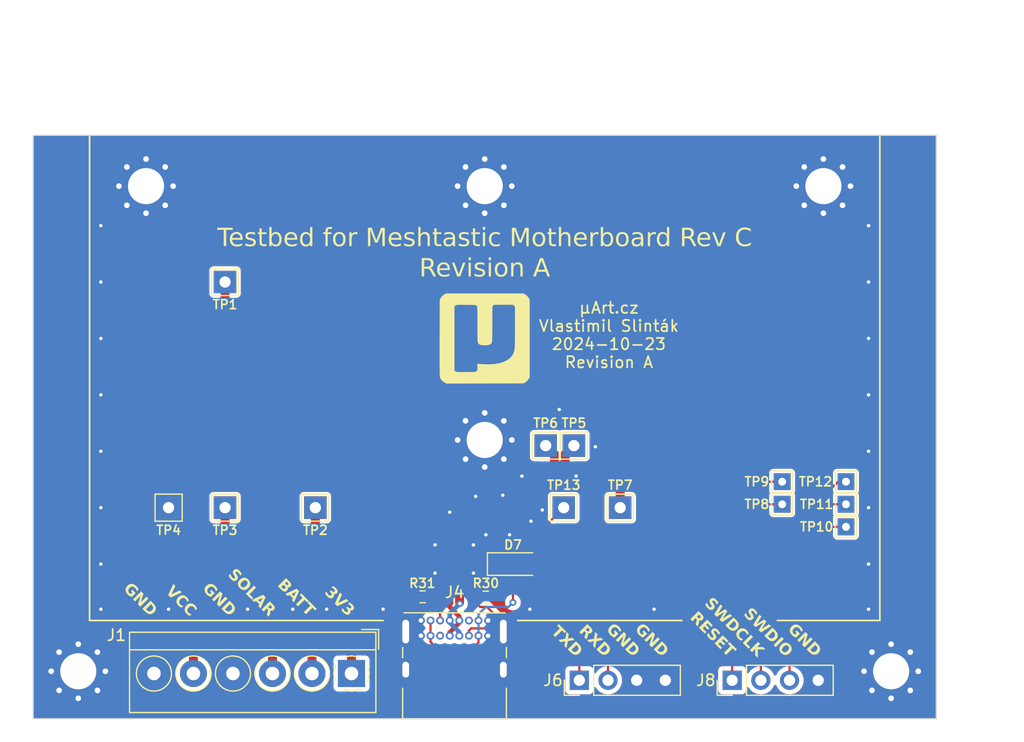
<source format=kicad_pcb>
(kicad_pcb
	(version 20240108)
	(generator "pcbnew")
	(generator_version "8.0")
	(general
		(thickness 1.6)
		(legacy_teardrops no)
	)
	(paper "A4")
	(title_block
		(title "Testbed for Meshtastic Motherboard Rev C")
		(date "2024-10-23")
		(rev "A")
		(company "μArt.cz")
		(comment 1 "Vlastimil Slinták")
	)
	(layers
		(0 "F.Cu" signal)
		(31 "B.Cu" signal)
		(32 "B.Adhes" user "B.Adhesive")
		(33 "F.Adhes" user "F.Adhesive")
		(34 "B.Paste" user)
		(35 "F.Paste" user)
		(36 "B.SilkS" user "B.Silkscreen")
		(37 "F.SilkS" user "F.Silkscreen")
		(38 "B.Mask" user)
		(39 "F.Mask" user)
		(40 "Dwgs.User" user "User.Drawings")
		(41 "Cmts.User" user "User.Comments")
		(42 "Eco1.User" user "User.Eco1")
		(43 "Eco2.User" user "User.Eco2")
		(44 "Edge.Cuts" user)
		(45 "Margin" user)
		(46 "B.CrtYd" user "B.Courtyard")
		(47 "F.CrtYd" user "F.Courtyard")
		(48 "B.Fab" user)
		(49 "F.Fab" user)
		(50 "User.1" user)
		(51 "User.2" user)
		(52 "User.3" user)
		(53 "User.4" user)
		(54 "User.5" user)
		(55 "User.6" user)
		(56 "User.7" user)
		(57 "User.8" user)
		(58 "User.9" user)
	)
	(setup
		(stackup
			(layer "F.SilkS"
				(type "Top Silk Screen")
			)
			(layer "F.Paste"
				(type "Top Solder Paste")
			)
			(layer "F.Mask"
				(type "Top Solder Mask")
				(thickness 0.01)
			)
			(layer "F.Cu"
				(type "copper")
				(thickness 0.035)
			)
			(layer "dielectric 1"
				(type "core")
				(thickness 1.51)
				(material "FR4")
				(epsilon_r 4.5)
				(loss_tangent 0.02)
			)
			(layer "B.Cu"
				(type "copper")
				(thickness 0.035)
			)
			(layer "B.Mask"
				(type "Bottom Solder Mask")
				(thickness 0.01)
			)
			(layer "B.Paste"
				(type "Bottom Solder Paste")
			)
			(layer "B.SilkS"
				(type "Bottom Silk Screen")
			)
			(copper_finish "None")
			(dielectric_constraints no)
		)
		(pad_to_mask_clearance 0)
		(allow_soldermask_bridges_in_footprints no)
		(aux_axis_origin 109 78)
		(grid_origin 109 78)
		(pcbplotparams
			(layerselection 0x00010fc_ffffffff)
			(plot_on_all_layers_selection 0x0000000_00000000)
			(disableapertmacros no)
			(usegerberextensions yes)
			(usegerberattributes yes)
			(usegerberadvancedattributes yes)
			(creategerberjobfile no)
			(dashed_line_dash_ratio 12.000000)
			(dashed_line_gap_ratio 3.000000)
			(svgprecision 6)
			(plotframeref no)
			(viasonmask no)
			(mode 1)
			(useauxorigin no)
			(hpglpennumber 1)
			(hpglpenspeed 20)
			(hpglpendiameter 15.000000)
			(pdf_front_fp_property_popups yes)
			(pdf_back_fp_property_popups yes)
			(dxfpolygonmode yes)
			(dxfimperialunits yes)
			(dxfusepcbnewfont yes)
			(psnegative no)
			(psa4output no)
			(plotreference yes)
			(plotvalue no)
			(plotfptext yes)
			(plotinvisibletext no)
			(sketchpadsonfab no)
			(subtractmaskfromsilk yes)
			(outputformat 1)
			(mirror no)
			(drillshape 0)
			(scaleselection 1)
			(outputdirectory "../gerbers/")
		)
	)
	(net 0 "")
	(net 1 "VS")
	(net 2 "GND")
	(net 3 "+BATT")
	(net 4 "VCC")
	(net 5 "+3V3")
	(net 6 "/RESET")
	(net 7 "/VBUS")
	(net 8 "/USB+")
	(net 9 "/USB-")
	(net 10 "Net-(J4-CC1)")
	(net 11 "/SWDCLK")
	(net 12 "/SWDIO")
	(net 13 "Net-(J4-CC2)")
	(net 14 "unconnected-(J4-SBU2-PadB8)")
	(net 15 "unconnected-(J4-SBU1-PadA8)")
	(net 16 "/TXD1")
	(net 17 "/RXD1")
	(footprint "TestPoint:TestPoint_THTPad_2.0x2.0mm_Drill1.0mm" (layer "F.Cu") (at 161 111))
	(footprint "TestPoint:TestPoint_THTPad_2.0x2.0mm_Drill1.0mm" (layer "F.Cu") (at 156 111))
	(footprint "Connector_USB:USB_C_Receptacle_GCT_USB4085" (layer "F.Cu") (at 143.35 121))
	(footprint "TestPoint:TestPoint_THTPad_1.5x1.5mm_Drill0.7mm" (layer "F.Cu") (at 175.35 110.7))
	(footprint "LOGO" (layer "F.Cu") (at 149 96))
	(footprint "Resistor_SMD:R_0603_1608Metric" (layer "F.Cu") (at 149.1 118.9225 180))
	(footprint "Resistor_SMD:R_0603_1608Metric" (layer "F.Cu") (at 143.5 118.9))
	(footprint "Diode_SMD:D_SOD-123" (layer "F.Cu") (at 151.6 116))
	(footprint "MountingHole:MountingHole_3.2mm_M3_Pad_Via" (layer "F.Cu") (at 185 125.5))
	(footprint "TestPoint:TestPoint_THTPad_2.0x2.0mm_Drill1.0mm" (layer "F.Cu") (at 134 111 180))
	(footprint "MountingHole:MountingHole_3.2mm_M3_Pad_Via" (layer "F.Cu") (at 149 82.5))
	(footprint "TerminalBlock_4Ucon:TerminalBlock_4Ucon_1x06_P3.50mm_Horizontal" (layer "F.Cu") (at 137.2 125.7 180))
	(footprint "TestPoint:TestPoint_THTPad_2.0x2.0mm_Drill1.0mm" (layer "F.Cu") (at 126 91 180))
	(footprint "TestPoint:TestPoint_THTPad_2.0x2.0mm_Drill1.0mm" (layer "F.Cu") (at 156.9 105.5))
	(footprint "TestPoint:TestPoint_THTPad_1.5x1.5mm_Drill0.7mm" (layer "F.Cu") (at 181 112.7))
	(footprint "MountingHole:MountingHole_3.2mm_M3_Pad_Via" (layer "F.Cu") (at 179 82.5))
	(footprint "TestPoint:TestPoint_THTPad_2.0x2.0mm_Drill1.0mm" (layer "F.Cu") (at 121 111 180))
	(footprint "TestPoint:TestPoint_THTPad_2.0x2.0mm_Drill1.0mm" (layer "F.Cu") (at 126 111 180))
	(footprint "TestPoint:TestPoint_THTPad_1.5x1.5mm_Drill0.7mm" (layer "F.Cu") (at 181 110.7))
	(footprint "TestPoint:TestPoint_THTPad_2.0x2.0mm_Drill1.0mm" (layer "F.Cu") (at 154.4 105.5))
	(footprint "MountingHole:MountingHole_3.2mm_M3_Pad_Via" (layer "F.Cu") (at 149 105))
	(footprint "Connector_PinHeader_2.54mm:PinHeader_1x04_P2.54mm_Vertical" (layer "F.Cu") (at 170.92 126.3 90))
	(footprint "TestPoint:TestPoint_THTPad_1.5x1.5mm_Drill0.7mm" (layer "F.Cu") (at 181 108.7))
	(footprint "MountingHole:MountingHole_3.2mm_M3_Pad_Via" (layer "F.Cu") (at 113 125.5))
	(footprint "MountingHole:MountingHole_3.2mm_M3_Pad_Via" (layer "F.Cu") (at 119 82.5))
	(footprint "Connector_PinHeader_2.54mm:PinHeader_1x04_P2.54mm_Vertical" (layer "F.Cu") (at 157.38 126.3 90))
	(footprint "TestPoint:TestPoint_THTPad_1.5x1.5mm_Drill0.7mm" (layer "F.Cu") (at 175.35 108.7))
	(gr_line
		(start 184 121)
		(end 174.92 121)
		(stroke
			(width 0.15)
			(type default)
		)
		(layer "F.SilkS")
		(uuid "3d0a7302-3269-4b54-9c9a-0a07bfe88824")
	)
	(gr_line
		(start 114 121)
		(end 114 78)
		(stroke
			(width 0.15)
			(type default)
		)
		(layer "F.SilkS")
		(uuid "8f8b331d-398e-4030-990b-44bb1d5abdd6")
	)
	(gr_line
		(start 114 121)
		(end 140 121)
		(stroke
			(width 0.15)
			(type default)
		)
		(layer "F.SilkS")
		(uuid "b20a73fc-b970-4713-a834-f76026c9812a")
	)
	(gr_line
		(start 166.46 121)
		(end 151.92 121)
		(stroke
			(width 0.15)
			(type default)
		)
		(layer "F.SilkS")
		(uuid "d2e646bc-7ce5-4fdc-92c5-77f185bb47f2")
	)
	(gr_line
		(start 184 121)
		(end 184 78)
		(stroke
			(width 0.15)
			(type default)
		)
		(layer "F.SilkS")
		(uuid "e622e96e-b618-47f9-aeef-3d79e13c875d")
	)
	(gr_line
		(start 189 78)
		(end 109 78)
		(stroke
			(width 0.1)
			(type solid)
		)
		(layer "Edge.Cuts")
		(uuid "3371af9c-58c3-47dd-a972-252736ac00fe")
	)
	(gr_line
		(start 109 78)
		(end 109 129.7)
		(stroke
			(width 0.1)
			(type solid)
		)
		(layer "Edge.Cuts")
		(uuid "41844f00-24e9-4f59-b093-417cd3d744a4")
	)
	(gr_line
		(start 189 129.7)
		(end 189 78)
		(stroke
			(width 0.1)
			(type solid)
		)
		(layer "Edge.Cuts")
		(uuid "862459fd-c4e7-4152-9ab9-3543acfd82c5")
	)
	(gr_line
		(start 109 129.7)
		(end 189 129.7)
		(stroke
			(width 0.1)
			(type solid)
		)
		(layer "Edge.Cuts")
		(uuid "9c61fedf-1500-46dc-825b-026ff8c6aede")
	)
	(gr_text "SWDIO"
		(at 176 124 315)
		(layer "F.SilkS")
		(uuid "0cd6b1a6-eff0-4097-a18d-e46ec2e91ba4")
		(effects
			(font
				(face "Bungee")
				(size 1 1)
				(thickness 0.2)
				(bold yes)
			)
			(justify right)
		)
		(render_cache "SWDIO" 315
			(polygon
				(pts
					(xy 172.578849 121.165748) (xy 172.266079 120.852978) (xy 172.245009 120.811528) (xy 172.266943 120.769561)
					(xy 172.386109 120.650394) (xy 172.427904 120.628633) (xy 172.469526 120.64953) (xy 172.735839 120.915843)
					(xy 172.757427 120.924305) (xy 172.779188 120.912907) (xy 172.795249 120.886483) (xy 172.786614 120.864031)
					(xy 172.658812 120.694434) (xy 172.628892 120.648816) (xy 172.607524 120.603279) (xy 172.593812 120.55278)
					(xy 172.591284 120.532608) (xy 172.596114 120.481694) (xy 172.61592 120.435006) (xy 172.64582 120.392817)
					(xy 172.670383 120.36612) (xy 172.774352 120.262151) (xy 172.81311 120.228765) (xy 172.859247 120.201923)
					(xy 172.907348 120.187148) (xy 172.957414 120.184441) (xy 172.96381 120.184952) (xy 173.014974 120.195314)
					(xy 173.065534 120.21673) (xy 173.109278 120.244535) (xy 173.152559 120.280803) (xy 173.16484 120.29272)
					(xy 173.442033 120.569913) (xy 173.46293 120.61119) (xy 173.441342 120.652812) (xy 173.321484 120.772669)
					(xy 173.279862 120.794258) (xy 173.238585 120.77336) (xy 173.00785 120.542625) (xy 172.985399 120.533645)
					(xy 172.962256 120.545734) (xy 172.949648 120.56974) (xy 172.957766 120.593746) (xy 173.085568 120.761271)
					(xy 173.112596 120.802008) (xy 173.134952 120.847785) (xy 173.149794 120.898585) (xy 173.153269 120.92396)
					(xy 173.148678 120.975181) (xy 173.128943 121.022117) (xy 173.098992 121.064503) (xy 173.074342 121.091312)
					(xy 172.969855 121.195799) (xy 172.93098 121.229236) (xy 172.884609 121.256075) (xy 172.836165 121.270782)
					(xy 172.785648 121.273357) (xy 172.779188 121.272825) (xy 172.727873 121.262312) (xy 172.677378 121.240961)
					(xy 172.633868 121.213389) (xy 172.590986 121.17752)
				)
			)
			(polygon
				(pts
					(xy 174.132683 121.260563) (xy 174.280174 121.408054) (xy 174.301071 121.449331) (xy 174.279828 121.490607)
					(xy 173.892622 121.877814) (xy 173.85703 121.911876) (xy 173.830102 121.935497) (xy 173.789544 121.963731)
					(xy 173.748931 121.985237) (xy 173.56379 122.07159) (xy 173.519923 122.083334) (xy 173.479337 122.066236)
					(xy 173.347735 121.934634) (xy 173.323729 121.894739) (xy 173.330983 121.84949) (xy 173.448423 121.641207)
					(xy 173.453431 121.625145) (xy 173.448768 121.615646) (xy 173.43996 121.606838) (xy 173.430461 121.602175)
					(xy 173.414572 121.607356) (xy 173.20508 121.723587) (xy 173.162422 121.732395) (xy 173.124081 121.71098)
					(xy 172.993343 121.580242) (xy 172.973827 121.538274) (xy 172.984362 121.491816) (xy 173.07227 121.304776)
					(xy 173.095451 121.261614) (xy 173.122181 121.223431) (xy 173.154848 121.186727) (xy 173.179865 121.160912)
					(xy 173.564999 120.775778) (xy 173.606276 120.754535) (xy 173.647552 120.775433) (xy 173.800052 120.927932)
					(xy 173.820949 120.969209) (xy 173.799879 121.010313) (xy 173.459649 121.350543) (xy 173.610421 121.293723)
					(xy 173.659987 121.290096) (xy 173.702473 121.316693) (xy 173.743922 121.358142) (xy 173.770519 121.400628)
					(xy 173.766892 121.450194) (xy 173.710072 121.600966) (xy 174.050302 121.260736) (xy 174.091406 121.239666)
				)
			)
			(polygon
				(pts
					(xy 174.478613 121.606493) (xy 174.81228 121.94016) (xy 174.84875 121.979143) (xy 174.879578 122.01751)
					(xy 174.909125 122.062738) (xy 174.930548 122.10708) (xy 174.945274 122.157691) (xy 174.9482 122.179013)
					(xy 174.947147 122.228114) (xy 174.93492 122.276587) (xy 174.911521 122.324432) (xy 174.882571 122.364943)
					(xy 174.852175 122.398349) (xy 174.540959 122.709565) (xy 174.500828 122.745361) (xy 174.460222 122.772961)
					(xy 174.412251 122.794801) (xy 174.363634 122.805485) (xy 174.32145 122.805762) (xy 174.271423 122.795708)
					(xy 174.220173 122.774613) (xy 174.175271 122.747743) (xy 174.12947 122.712762) (xy 174.090617 122.677415)
					(xy 174.082771 122.66967) (xy 173.749103 122.336002) (xy 173.744588 122.327194) (xy 174.14719 122.327194)
					(xy 174.259449 122.439453) (xy 174.300553 122.460523) (xy 174.342866 122.437898) (xy 174.581373 122.199392)
					(xy 174.603479 122.157597) (xy 174.582063 122.116838) (xy 174.469805 122.00458) (xy 174.14719 122.327194)
					(xy 173.744588 122.327194) (xy 173.728033 122.294898) (xy 173.749449 122.253449) (xy 174.396059 121.606838)
					(xy 174.437336 121.585595)
				)
			)
			(polygon
				(pts
					(xy 174.471704 123.058603) (xy 174.450807 123.017326) (xy 174.472395 122.975704) (xy 174.592253 122.855846)
					(xy 174.633875 122.834258) (xy 174.675152 122.855156) (xy 174.767722 122.947726) (xy 175.090336 122.625112)
					(xy 174.997766 122.532541) (xy 174.976696 122.491437) (xy 174.998112 122.449988) (xy 175.11866 122.329439)
					(xy 175.159937 122.308196) (xy 175.201214 122.329094) (xy 175.622961 122.750841) (xy 175.643858 122.792118)
					(xy 175.622616 122.833395) (xy 175.502067 122.953943) (xy 175.460618 122.975359) (xy 175.419514 122.954289)
					(xy 175.329016 122.863791) (xy 175.006401 123.186405) (xy 175.096899 123.276903) (xy 175.117797 123.31818)
					(xy 175.096208 123.359802) (xy 174.976351 123.47966) (xy 174.934729 123.501248) (xy 174.893452 123.480351)
				)
			)
			(polygon
				(pts
					(xy 175.780123 123.001265) (xy 175.829142 123.01259) (xy 175.877362 123.032403) (xy 175.919151 123.055322)
					(xy 175.963472 123.084948) (xy 176.005024 123.117476) (xy 176.043046 123.15072) (xy 176.082623 123.188426)
					(xy 176.088403 123.194177) (xy 176.126722 123.23395) (xy 176.160529 123.272121) (xy 176.19364 123.313781)
					(xy 176.223845 123.358145) (xy 176.22674 123.362911) (xy 176.251634 123.409015) (xy 176.270447 123.456769)
					(xy 176.280279 123.501421) (xy 176.281376 123.550508) (xy 176.270571 123.599545) (xy 176.2637 123.616097)
					(xy 176.238161 123.660526) (xy 176.206869 123.699887) (xy 176.19289 123.71454) (xy 175.856114 124.051316)
					(xy 175.817455 124.085414) (xy 175.773782 124.113976) (xy 175.757672 124.122125) (xy 175.710235 124.137185)
					(xy 175.658897 124.139749) (xy 175.643513 124.138187) (xy 175.59494 124.126723) (xy 175.547 124.106999)
					(xy 175.505348 124.084303) (xy 175.461362 124.054843) (xy 175.420015 124.022417) (xy 175.382101 123.989228)
					(xy 175.342568 123.951543) (xy 175.336788 123.945793) (xy 175.298436 123.906003) (xy 175.26453 123.867783)
					(xy 175.231225 123.826026) (xy 175.200698 123.781501) (xy 175.197759 123.776714) (xy 175.172707 123.73037)
					(xy 175.153604 123.682547) (xy 175.149837 123.666182) (xy 175.48756 123.666182) (xy 175.510868 123.710203)
					(xy 175.540235 123.742345) (xy 175.577662 123.775896) (xy 175.616571 123.795193) (xy 175.658538 123.779477)
					(xy 175.922951 123.515064) (xy 175.937804 123.47396) (xy 175.914421 123.429865) (xy 175.884956 123.397624)
					(xy 175.847641 123.364186) (xy 175.808793 123.344949) (xy 175.767689 123.359802) (xy 175.503276 123.624214)
					(xy 175.48756 123.666182) (xy 175.149837 123.666182) (xy 175.143357 123.638031) (xy 175.142009 123.589196)
					(xy 175.152606 123.540366) (xy 175.159419 123.523872) (xy 175.184958 123.479444) (xy 175.21625 123.440083)
					(xy 175.230228 123.42543) (xy 175.567004 123.088654) (xy 175.605664 123.054555) (xy 175.649337 123.025994)
					(xy 175.665447 123.017844) (xy 175.713068 123.0026) (xy 175.764655 122.999786)
				)
			)
		)
	)
	(gr_text "GND"
		(at 178.54 124 315)
		(layer "F.SilkS")
		(uuid "146ef78a-707d-4eee-a4a6-ff45780f4d01")
		(effects
			(font
				(face "Bungee")
				(size 1 1)
				(thickness 0.2)
				(bold yes)
			)
			(justify right)
		)
		(render_cache "GND" 315
			(polygon
				(pts
					(xy 176.680455 122.727353) (xy 176.368721 122.415619) (xy 176.332197 122.376591) (xy 176.301315 122.338195)
					(xy 176.271703 122.292955) (xy 176.250216 122.248626) (xy 176.235414 122.198059) (xy 176.232456 122.176767)
					(xy 176.233576 122.127599) (xy 176.245853 122.079074) (xy 176.269287 122.031195) (xy 176.298253 121.990668)
					(xy 176.328653 121.957258) (xy 176.639869 121.646042) (xy 176.679995 121.610252) (xy 176.720582 121.58267)
					(xy 176.768517 121.560867) (xy 176.81708 121.550237) (xy 176.859205 121.550018) (xy 176.909308 121.560013)
					(xy 176.960633 121.581082) (xy 177.0056 121.607955) (xy 177.051466 121.642965) (xy 177.090373 121.678354)
					(xy 177.09823 121.68611) (xy 177.345717 121.933598) (xy 177.366442 121.974701) (xy 177.345372 122.016151)
					(xy 177.224823 122.136699) (xy 177.183201 122.157942) (xy 177.14227 122.137045) (xy 176.936232 121.931007)
					(xy 176.896013 121.903029) (xy 176.883729 121.900265) (xy 176.837617 121.920126) (xy 176.601701 122.156043)
					(xy 176.578731 122.198355) (xy 176.598765 122.238769) (xy 176.689263 122.329266) (xy 176.83779 122.180739)
					(xy 176.878894 122.159669) (xy 176.92017 122.180912) (xy 177.073533 122.334275) (xy 177.09443 122.375552)
					(xy 177.073015 122.417001) (xy 176.763181 122.726835) (xy 176.721731 122.748251)
				)
			)
			(polygon
				(pts
					(xy 177.020685 123.067584) (xy 176.872158 122.919057) (xy 176.851088 122.877953) (xy 176.872503 122.836503)
					(xy 177.519114 122.189893) (xy 177.560391 122.16865) (xy 177.601667 122.189547) (xy 177.7046 122.29248)
					(xy 177.732578 122.333584) (xy 177.738084 122.382349) (xy 177.737932 122.384187) (xy 177.707881 122.778992)
					(xy 177.907702 122.579172) (xy 177.949324 122.557583) (xy 177.990773 122.578654) (xy 178.139128 122.727008)
					(xy 178.160025 122.768285) (xy 178.138955 122.809734) (xy 177.492344 123.456344) (xy 177.450722 123.477587)
					(xy 177.409618 123.456517) (xy 177.261264 123.308163) (xy 177.240021 123.266886) (xy 177.261264 123.225609)
					(xy 177.381295 123.105579) (xy 177.415145 122.755332) (xy 177.103066 123.067411) (xy 177.061789 123.088654)
				)
			)
			(polygon
				(pts
					(xy 178.347065 122.934946) (xy 178.680733 123.268613) (xy 178.717203 123.307596) (xy 178.748031 123.345963)
					(xy 178.777578 123.391191) (xy 178.799001 123.435533) (xy 178.813726 123.486144) (xy 178.816652 123.507465)
					(xy 178.815599 123.556567) (xy 178.803373 123.60504) (xy 178.779973 123.652885) (xy 178.751023 123.693395)
					(xy 178.720628 123.726802) (xy 178.409412 124.038017) (xy 178.36928 124.073814) (xy 178.328675 124.101414)
					(xy 178.280703 124.123254) (xy 178.232087 124.133937) (xy 178.189903 124.134214) (xy 178.139876 124.12416)
					(xy 178.088626 124.103065) (xy 178.043724 124.076196) (xy 177.997923 124.041215) (xy 177.959069 124.005868)
					(xy 177.951224 123.998122) (xy 177.617556 123.664455) (xy 177.613041 123.655647) (xy 178.015643 123.655647)
					(xy 178.127902 123.767906) (xy 178.169006 123.788976) (xy 178.211319 123.766351) (xy 178.449825 123.527844)
					(xy 178.471932 123.48605) (xy 178.450516 123.445291) (xy 178.338257 123.333032) (xy 178.015643 123.655647)
					(xy 177.613041 123.655647) (xy 177.596486 123.623351) (xy 177.617902 123.581901) (xy 178.264512 122.935291)
					(xy 178.305789 122.914048)
				)
			)
		)
	)
	(gr_text "3V3"
		(at 137.2 120.4 315)
		(layer "F.SilkS")
		(uuid "23727146-3d98-4d62-b06a-d421f8ae6546")
		(effects
			(font
				(face "Bungee")
				(size 1 1)
				(thickness 0.2)
				(bold yes)
			)
			(justify right)
		)
		(render_cache "3V3" 315
			(polygon
				(pts
					(xy 135.21697 118.596974) (xy 135.465494 118.845498) (xy 135.498999 118.865186) (xy 135.521451 118.853788)
					(xy 135.547702 118.827536) (xy 135.55841 118.805775) (xy 135.538376 118.772616) (xy 135.37016 118.6044)
					(xy 135.348917 118.563124) (xy 135.369988 118.52202) (xy 135.475683 118.416324) (xy 135.516787 118.395254)
					(xy 135.558064 118.416497) (xy 135.66186 118.520293) (xy 135.695365 118.539981) (xy 135.717644 118.528755)
					(xy 135.732152 118.514248) (xy 135.743377 118.491969) (xy 135.723689 118.458464) (xy 135.539585 118.27436)
					(xy 135.518687 118.233083) (xy 135.540275 118.191461) (xy 135.660133 118.071603) (xy 135.701755 118.050015)
					(xy 135.743032 118.070912) (xy 136.019189 118.347069) (xy 136.05217 118.383885) (xy 136.080148 118.425636)
					(xy 136.099238 118.472194) (xy 136.105196 118.513212) (xy 136.099428 118.56306) (xy 136.079965 118.610278)
					(xy 136.050739 118.650524) (xy 136.038532 118.663466) (xy 135.980502 118.721495) (xy 135.942838 118.753164)
					(xy 135.897949 118.776761) (xy 135.848778 118.787091) (xy 135.833012 118.784014) (xy 135.859792 118.828394)
					(xy 135.871483 118.878994) (xy 135.870316 118.907326) (xy 135.855768 118.956815) (xy 135.827797 119.002648)
					(xy 135.794498 119.040482) (xy 135.694847 119.140134) (xy 135.654229 119.17447) (xy 135.611473 119.198379)
					(xy 135.560819 119.212813) (xy 135.519551 119.214915) (xy 135.465455 119.205067) (xy 135.417232 119.184019)
					(xy 135.374931 119.156109) (xy 135.332531 119.11934) (xy 135.326466 119.113364) (xy 135.013523 118.800421)
					(xy 134.992453 118.758972) (xy 135.014559 118.717177) (xy 135.133726 118.59801) (xy 135.175348 118.576077)
				)
			)
			(polygon
				(pts
					(xy 136.049412 119.836311) (xy 135.79208 119.578979) (xy 135.765656 119.537012) (xy 135.77227 119.488529)
					(xy 135.773083 119.486754) (xy 135.920228 119.145488) (xy 135.939847 119.100558) (xy 135.943889 119.091776)
					(xy 135.965822 119.049809) (xy 135.992419 119.012159) (xy 136.026232 118.975626) (xy 136.032141 118.969673)
					(xy 136.295518 118.706297) (xy 136.336794 118.685054) (xy 136.378071 118.705951) (xy 136.535406 118.863286)
					(xy 136.557858 118.905772) (xy 136.538169 118.948948) (xy 136.263049 119.224069) (xy 136.245951 119.244966)
					(xy 136.231444 119.270872) (xy 136.138528 119.457049) (xy 136.132656 119.472938) (xy 136.138874 119.483645)
					(xy 136.149754 119.494526) (xy 136.160462 119.500743) (xy 136.176351 119.494871) (xy 136.363564 119.400919)
					(xy 136.38947 119.386412) (xy 136.410367 119.369314) (xy 136.684451 119.09523) (xy 136.725728 119.073987)
					(xy 136.767177 119.095058) (xy 136.92244 119.25032) (xy 136.943337 119.291597) (xy 136.922267 119.333046)
					(xy 136.658891 119.596422) (xy 136.622146 119.630954) (xy 136.616232 119.635972) (xy 136.57841 119.662741)
					(xy 136.536442 119.684675) (xy 136.490503 119.704963) (xy 136.482904 119.708163) (xy 136.14181 119.855481)
					(xy 136.092757 119.863094) (xy 136.09138 119.862735)
				)
			)
			(polygon
				(pts
					(xy 136.569602 119.949606) (xy 136.818125 120.198129) (xy 136.85163 120.217818) (xy 136.874082 120.206419)
					(xy 136.900333 120.180168) (xy 136.911041 120.158407) (xy 136.891007 120.125247) (xy 136.722792 119.957032)
					(xy 136.701549 119.915755) (xy 136.722619 119.874651) (xy 136.828315 119.768955) (xy 136.869419 119.747885)
					(xy 136.910696 119.769128) (xy 137.014492 119.872924) (xy 137.047997 119.892613) (xy 137.070276 119.881387)
					(xy 137.084783 119.86688) (xy 137.096009 119.844601) (xy 137.076321 119.811096) (xy 136.892216 119.626991)
					(xy 136.871319 119.585715) (xy 136.892907 119.544093) (xy 137.012765 119.424235) (xy 137.054387 119.402646)
					(xy 137.095664 119.423544) (xy 137.37182 119.6997) (xy 137.404802 119.736516) (xy 137.43278 119.778268)
					(xy 137.451869 119.824826) (xy 137.457828 119.865843) (xy 137.45206 119.915692) (xy 137.432596 119.962909)
					(xy 137.40337 120.003156) (xy 137.391163 120.016097) (xy 137.333134 120.074127) (xy 137.295469 120.105795)
					(xy 137.250581 120.129392) (xy 137.201409 120.139722) (xy 137.185643 120.136646) (xy 137.212424 120.181026)
					(xy 137.224114 120.231626) (xy 137.222948 120.259958) (xy 137.2084 120.309446) (xy 137.180429 120.35528)
					(xy 137.14713 120.393114) (xy 137.047479 120.492765) (xy 137.00686 120.527101) (xy 136.964105 120.55101)
					(xy 136.91345 120.565444) (xy 136.872182 120.567547) (xy 136.818087 120.557699) (xy 136.769864 120.53665)
					(xy 136.727563 120.508741) (xy 136.685163 120.471972) (xy 136.679097 120.465996) (xy 136.366154 120.153053)
					(xy 136.345084 120.111604) (xy 136.367191 120.069809) (xy 136.486358 119.950642) (xy 136.52798 119.928708)
				)
			)
		)
	)
	(gr_text "GND"
		(at 126.7 120.4 315)
		(layer "F.SilkS")
		(uuid "260f7af3-a520-40df-8684-66b37210a060")
		(effects
			(font
				(face "Bungee")
				(size 1 1)
				(thickness 0.2)
				(bold yes)
			)
			(justify right)
		)
		(render_cache "GND" 315
			(polygon
				(pts
					(xy 124.840455 119.127353) (xy 124.528721 118.815619) (xy 124.492197 118.776591) (xy 124.461315 118.738195)
					(xy 124.431703 118.692955) (xy 124.410216 118.648626) (xy 124.395414 118.598059) (xy 124.392456 118.576767)
					(xy 124.393576 118.527599) (xy 124.405853 118.479074) (xy 124.429287 118.431195) (xy 124.458253 118.390668)
					(xy 124.488653 118.357258) (xy 124.799869 118.046042) (xy 124.839995 118.010252) (xy 124.880582 117.98267)
					(xy 124.928517 117.960867) (xy 124.97708 117.950237) (xy 125.019205 117.950018) (xy 125.069308 117.960013)
					(xy 125.120633 117.981082) (xy 125.1656 118.007955) (xy 125.211466 118.042965) (xy 125.250373 118.078354)
					(xy 125.25823 118.08611) (xy 125.505717 118.333598) (xy 125.526442 118.374701) (xy 125.505372 118.416151)
					(xy 125.384823 118.536699) (xy 125.343201 118.557942) (xy 125.30227 118.537045) (xy 125.096232 118.331007)
					(xy 125.056013 118.303029) (xy 125.043729 118.300265) (xy 124.997617 118.320126) (xy 124.761701 118.556043)
					(xy 124.738731 118.598355) (xy 124.758765 118.638769) (xy 124.849263 118.729266) (xy 124.99779 118.580739)
					(xy 125.038894 118.559669) (xy 125.08017 118.580912) (xy 125.233533 118.734275) (xy 125.25443 118.775552)
					(xy 125.233015 118.817001) (xy 124.923181 119.126835) (xy 124.881731 119.148251)
				)
			)
			(polygon
				(pts
					(xy 125.180685 119.467584) (xy 125.032158 119.319057) (xy 125.011088 119.277953) (xy 125.032503 119.236503)
					(xy 125.679114 118.589893) (xy 125.720391 118.56865) (xy 125.761667 118.589547) (xy 125.8646 118.69248)
					(xy 125.892578 118.733584) (xy 125.898084 118.782349) (xy 125.897932 118.784187) (xy 125.867881 119.178992)
					(xy 126.067702 118.979172) (xy 126.109324 118.957583) (xy 126.150773 118.978654) (xy 126.299128 119.127008)
					(xy 126.320025 119.168285) (xy 126.298955 119.209734) (xy 125.652344 119.856344) (xy 125.610722 119.877587)
					(xy 125.569618 119.856517) (xy 125.421264 119.708163) (xy 125.400021 119.666886) (xy 125.421264 119.625609)
					(xy 125.541295 119.505579) (xy 125.575145 119.155332) (xy 125.263066 119.467411) (xy 125.221789 119.488654)
				)
			)
			(polygon
				(pts
					(xy 126.507065 119.334946) (xy 126.840733 119.668613) (xy 126.877203 119.707596) (xy 126.908031 119.745963)
					(xy 126.937578 119.791191) (xy 126.959001 119.835533) (xy 126.973726 119.886144) (xy 126.976652 119.907465)
					(xy 126.975599 119.956567) (xy 126.963373 120.00504) (xy 126.939973 120.052885) (xy 126.911023 120.093395)
					(xy 126.880628 120.126802) (xy 126.569412 120.438017) (xy 126.52928 120.473814) (xy 126.488675 120.501414)
					(xy 126.440703 120.523254) (xy 126.392087 120.533937) (xy 126.349903 120.534214) (xy 126.299876 120.52416)
					(xy 126.248626 120.503065) (xy 126.203724 120.476196) (xy 126.157923 120.441215) (xy 126.119069 120.405868)
					(xy 126.111224 120.398122) (xy 125.777556 120.064455) (xy 125.773041 120.055647) (xy 126.175643 120.055647)
					(xy 126.287902 120.167906) (xy 126.329006 120.188976) (xy 126.371319 120.166351) (xy 126.609825 119.927844)
					(xy 126.631932 119.88605) (xy 126.610516 119.845291) (xy 126.498257 119.733032) (xy 126.175643 120.055647)
					(xy 125.773041 120.055647) (xy 125.756486 120.023351) (xy 125.777902 119.981901) (xy 126.424512 119.335291)
					(xy 126.465789 119.314048)
				)
			)
		)
	)
	(gr_text "μArt.cz\n${COMMENT1}\n${ISSUE_DATE}\nRevision ${REVISION}"
		(at 160 95.7 -0)
		(layer "F.SilkS")
		(uuid "69dabafd-fc29-41f9-9c50-9381df01de85")
		(effects
			(font
				(size 1 1)
				(thickness 0.15)
			)
		)
	)
	(gr_text "VCC"
		(at 123.2 120.4 315)
		(layer "F.SilkS")
		(uuid "86076172-1254-4b19-a371-c93ce720e64d")
		(effects
			(font
				(face "Bungee")
				(size 1 1)
				(thickness 0.2)
				(bold yes)
			)
			(justify right)
		)
		(render_cache "VCC" 315
			(polygon
				(pts
					(xy 121.441488 119.228386) (xy 121.184156 118.971055) (xy 121.157732 118.929087) (xy 121.164346 118.880604)
					(xy 121.165158 118.87883) (xy 121.312304 118.537563) (xy 121.331923 118.492633) (xy 121.335964 118.483852)
					(xy 121.357898 118.441884) (xy 121.384495 118.404234) (xy 121.418307 118.367702) (xy 121.424217 118.361749)
					(xy 121.687593 118.098372) (xy 121.72887 118.07713) (xy 121.770147 118.098027) (xy 121.927482 118.255362)
					(xy 121.949933 118.297848) (xy 121.930245 118.341024) (xy 121.655125 118.616144) (xy 121.638027 118.637042)
					(xy 121.62352 118.662948) (xy 121.530604 118.849124) (xy 121.524732 118.865013) (xy 121.530949 118.875721)
					(xy 121.54183 118.886602) (xy 121.552537 118.892819) (xy 121.568426 118.886947) (xy 121.755639 118.792995)
					(xy 121.781545 118.778488) (xy 121.802443 118.76139) (xy 122.076527 118.487306) (xy 122.117803 118.466063)
					(xy 122.159253 118.487133) (xy 122.314515 118.642396) (xy 122.335413 118.683672) (xy 122.314343 118.725122)
					(xy 122.050966 118.988498) (xy 122.014222 119.023029) (xy 122.008308 119.028048) (xy 121.970485 119.054817)
					(xy 121.928518 119.076751) (xy 121.882578 119.097038) (xy 121.874979 119.100239) (xy 121.533885 119.247557)
					(xy 121.484832 119.255169) (xy 121.483455 119.25481)
				)
			)
			(polygon
				(pts
					(xy 122.216591 120.00349) (xy 121.975149 119.762047) (xy 121.938625 119.723019) (xy 121.907743 119.684623)
					(xy 121.878131 119.639383) (xy 121.856643 119.595053) (xy 121.841842 119.544487) (xy 121.838884 119.523195)
					(xy 121.840004 119.474026) (xy 121.852281 119.425502) (xy 121.875715 119.377623) (xy 121.904681 119.337096)
					(xy 121.935081 119.303686) (xy 122.245433 118.993334) (xy 122.285518 118.957584) (xy 122.326114 118.929994)
					(xy 122.374119 118.90812) (xy 122.422819 118.897353) (xy 122.465115 118.896964) (xy 122.515419 118.906757)
					(xy 122.566897 118.927674) (xy 122.611955 118.954456) (xy 122.657875 118.989411) (xy 122.696801 119.024783)
					(xy 122.704658 119.032538) (xy 122.9461 119.273981) (xy 122.966998 119.315257) (xy 122.945755 119.356534)
					(xy 122.825206 119.477083) (xy 122.783757 119.498498) (xy 122.742653 119.477428) (xy 122.543696 119.278471)
					(xy 122.503218 119.250428) (xy 122.490848 119.247729) (xy 122.444736 119.267591) (xy 122.208301 119.504025)
					(xy 122.189131 119.549101) (xy 122.212697 119.592211) (xy 122.221082 119.601085) (xy 122.420039 119.800042)
					(xy 122.440936 119.841319) (xy 122.419348 119.882941) (xy 122.29949 120.002799) (xy 122.257868 120.024387)
				)
			)
			(polygon
				(pts
					(xy 122.832805 120.619704) (xy 122.591363 120.378261) (xy 122.554839 120.339233) (xy 122.523957 120.300837)
					(xy 122.494345 120.255597) (xy 122.472858 120.211268) (xy 122.458056 120.160701) (xy 122.455098 120.139409)
					(xy 122.456218 120.090241) (xy 122.468495 120.041716) (xy 122.491929 119.993837) (xy 122.520895 119.953311)
					(xy 122.551295 119.9199) (xy 122.861647 119.609548) (xy 122.901733 119.573798) (xy 122.942328 119.546208)
					(xy 122.990334 119.524334) (xy 123.039034 119.513567) (xy 123.081329 119.513178) (xy 123.131633 119.522971)
					(xy 123.183111 119.543888) (xy 123.228169 119.57067) (xy 123.27409 119.605625) (xy 123.313015 119.640997)
					(xy 123.320872 119.648752) (xy 123.562315 119.890195) (xy 123.583212 119.931472) (xy 123.561969 119.972748)
					(xy 123.441421 120.093297) (xy 123.399971 120.114712) (xy 123.358867 120.093642) (xy 123.15991 119.894685)
					(xy 123.119432 119.866642) (xy 123.107062 119.863944) (xy 123.06095 119.883805) (xy 122.824516 120.120239)
					(xy 122.805345 120.165315) (xy 122.828911 120.208426) (xy 122.837296 120.2173) (xy 123.036253 120.416257)
					(xy 123.05715 120.457533) (xy 123.035562 120.499155) (xy 122.915704 120.619013) (xy 122.874082 120.640601)
				)
			)
		)
	)
	(gr_text "RESET"
		(at 170.92 124 315)
		(layer "F.SilkS")
		(uuid "c028c083-9559-4ceb-a573-275fa13cadf6")
		(effects
			(font
				(face "Bungee")
				(size 1 1)
				(thickness 0.2)
				(bold yes)
			)
			(justify right)
		)
		(render_cache "RESET" 315
			(polygon
				(pts
					(xy 168.143387 120.351267) (xy 168.473082 120.680962) (xy 168.511409 120.722701) (xy 168.541417 120.762946)
					(xy 168.565913 120.808011) (xy 168.580046 120.857025) (xy 168.581369 120.88631) (xy 168.572979 120.936943)
					(xy 168.553251 120.98509) (xy 168.526195 121.0258) (xy 168.500024 121.055043) (xy 168.453739 121.101328)
					(xy 168.415643 121.134466) (xy 168.371701 121.160598) (xy 168.366177 121.162984) (xy 168.319011 121.175703)
					(xy 168.302794 121.173519) (xy 168.324642 121.220754) (xy 168.329294 121.272231) (xy 168.3287 121.285778)
					(xy 168.318433 121.335376) (xy 168.294044 121.38277) (xy 168.259618 121.423943) (xy 168.049608 121.633953)
					(xy 168.008331 121.655196) (xy 167.967227 121.634126) (xy 167.813864 121.480763) (xy 167.792621 121.439486)
					(xy 167.81421 121.397864) (xy 167.967227 121.244847) (xy 167.988988 121.209269) (xy 167.972581 121.175246)
					(xy 167.839597 121.042263) (xy 167.649103 121.232757) (xy 167.607308 121.254173) (xy 167.566377 121.233276)
					(xy 167.413878 121.080776) (xy 167.392808 121.039672) (xy 167.414223 120.998223) (xy 167.558087 120.854359)
					(xy 168.027501 120.854359) (xy 168.096238 120.923096) (xy 168.138378 120.941403) (xy 168.17741 120.917915)
					(xy 168.212642 120.882683) (xy 168.235957 120.843824) (xy 168.217823 120.801511) (xy 168.149086 120.732774)
					(xy 168.027501 120.854359) (xy 167.558087 120.854359) (xy 168.060834 120.351613) (xy 168.10211 120.33037)
				)
			)
			(polygon
				(pts
					(xy 168.608311 122.275209) (xy 168.148913 121.815812) (xy 168.127843 121.774708) (xy 168.149259 121.733259)
					(xy 168.795869 121.086648) (xy 168.837146 121.065405) (xy 168.878423 121.086303) (xy 169.33782 121.5457)
					(xy 169.358372 121.586977) (xy 169.336784 121.628944) (xy 169.217617 121.748111) (xy 169.175477 121.769872)
					(xy 169.134373 121.749148) (xy 168.866506 121.481281) (xy 168.804677 121.54311) (xy 168.992236 121.730668)
					(xy 169.013306 121.771772) (xy 168.992408 121.813049) (xy 168.886713 121.918745) (xy 168.845436 121.939642)
					(xy 168.804332 121.918572) (xy 168.616773 121.731014) (xy 168.543892 121.803895) (xy 168.811758 122.071762)
					(xy 168.83231 122.113039) (xy 168.810722 122.155006) (xy 168.691555 122.274173) (xy 168.649415 122.295934)
				)
			)
			(polygon
				(pts
					(xy 169.091196 122.758095) (xy 168.778426 122.445325) (xy 168.757356 122.403875) (xy 168.77929 122.361908)
					(xy 168.898457 122.242741) (xy 168.940251 122.22098) (xy 168.981873 122.241877) (xy 169.248186 122.50819)
					(xy 169.269774 122.516652) (xy 169.291535 122.505254) (xy 169.307596 122.47883) (xy 169.298961 122.456378)
					(xy 169.171159 122.286781) (xy 169.141239 122.241163) (xy 169.119871 122.195626) (xy 169.106159 122.145127)
					(xy 169.103631 122.124955) (xy 169.108461 122.074041) (xy 169.128267 122.027353) (xy 169.158167 121.985164)
					(xy 169.18273 121.958467) (xy 169.286699 121.854498) (xy 169.325457 121.821112) (xy 169.371594 121.79427)
					(xy 169.419695 121.779495) (xy 169.469761 121.776788) (xy 169.476157 121.777299) (xy 169.527321 121.787661)
					(xy 169.577881 121.809077) (xy 169.621625 121.836882) (xy 169.664906 121.87315) (xy 169.677187 121.885067)
					(xy 169.95438 122.16226) (xy 169.975277 122.203537) (xy 169.953689 122.245159) (xy 169.833831 122.365016)
					(xy 169.792209 122.386605) (xy 169.750932 122.365707) (xy 169.520197 122.134972) (xy 169.497746 122.125992)
					(xy 169.474603 122.138081) (xy 169.461995 122.162087) (xy 169.470113 122.186093) (xy 169.597915 122.353618)
					(xy 169.624943 122.394355) (xy 169.647299 122.440132) (xy 169.662141 122.490932) (xy 169.665616 122.516307)
					(xy 169.661025 122.567528) (xy 169.64129 122.614464) (xy 169.611339 122.65685) (xy 169.586689 122.683659)
					(xy 169.482202 122.788146) (xy 169.443327 122.821583) (xy 169.396956 122.848422) (xy 169.348512 122.863129)
					(xy 169.297995 122.865704) (xy 169.291535 122.865172) (xy 169.24022 122.854659) (xy 169.189725 122.833308)
					(xy 169.146215 122.805736) (xy 169.103333 122.769867)
				)
			)
			(polygon
				(pts
					(xy 169.898768 123.565667) (xy 169.439371 123.10627) (xy 169.418301 123.065166) (xy 169.439716 123.023716)
					(xy 170.086327 122.377106) (xy 170.127603 122.355863) (xy 170.16888 122.37676) (xy 170.628278 122.836158)
					(xy 170.64883 122.877434) (xy 170.627241 122.919402) (xy 170.508074 123.038569) (xy 170.465934 123.06033)
					(xy 170.42483 123.039605) (xy 170.156963 122.771739) (xy 170.095135 122.833567) (xy 170.282693 123.021126)
					(xy 170.303763 123.06223) (xy 170.282866 123.103506) (xy 170.17717 123.209202) (xy 170.135893 123.2301)
					(xy 170.094789 123.20903) (xy 169.907231 123.021471) (xy 169.834349 123.094353) (xy 170.102216 123.36222)
					(xy 170.122768 123.403496) (xy 170.10118 123.445464) (xy 169.982013 123.564631) (xy 169.939872 123.586392)
				)
			)
			(polygon
				(pts
					(xy 170.387526 124.054424) (xy 170.227255 123.894153) (xy 170.206012 123.852877) (xy 170.227427 123.811427)
					(xy 170.71204 123.326815) (xy 170.572148 123.186923) (xy 170.550905 123.145647) (xy 170.572321 123.104197)
					(xy 170.692869 122.983649) (xy 170.734146 122.962406) (xy 170.775596 122.983476) (xy 171.298203 123.506083)
					(xy 171.319101 123.54736) (xy 171.298031 123.58881) (xy 171.177482 123.709358) (xy 171.13586 123.730601)
					(xy 171.094756 123.709531) (xy 170.954864 123.569639) (xy 170.470252 124.054252) (xy 170.42863 124.075494)
				)
			)
		)
	)
	(gr_text "GND"
		(at 119.7 120.4 315)
		(layer "F.SilkS")
		(uuid "c1dbccd2-691e-4106-83f3-d7e7438f04bf")
		(effects
			(font
				(face "Bungee")
				(size 1 1)
				(thickness 0.2)
				(bold yes)
			)
			(justify right)
		)
		(render_cache "GND" 315
			(polygon
				(pts
					(xy 117.840455 119.127353) (xy 117.528721 118.815619) (xy 117.492197 118.776591) (xy 117.461315 118.738195)
					(xy 117.431703 118.692955) (xy 117.410216 118.648626) (xy 117.395414 118.598059) (xy 117.392456 118.576767)
					(xy 117.393576 118.527599) (xy 117.405853 118.479074) (xy 117.429287 118.431195) (xy 117.458253 118.390668)
					(xy 117.488653 118.357258) (xy 117.799869 118.046042) (xy 117.839995 118.010252) (xy 117.880582 117.98267)
					(xy 117.928517 117.960867) (xy 117.97708 117.950237) (xy 118.019205 117.950018) (xy 118.069308 117.960013)
					(xy 118.120633 117.981082) (xy 118.1656 118.007955) (xy 118.211466 118.042965) (xy 118.250373 118.078354)
					(xy 118.25823 118.08611) (xy 118.505717 118.333598) (xy 118.526442 118.374701) (xy 118.505372 118.416151)
					(xy 118.384823 118.536699) (xy 118.343201 118.557942) (xy 118.30227 118.537045) (xy 118.096232 118.331007)
					(xy 118.056013 118.303029) (xy 118.043729 118.300265) (xy 117.997617 118.320126) (xy 117.761701 118.556043)
					(xy 117.738731 118.598355) (xy 117.758765 118.638769) (xy 117.849263 118.729266) (xy 117.99779 118.580739)
					(xy 118.038894 118.559669) (xy 118.08017 118.580912) (xy 118.233533 118.734275) (xy 118.25443 118.775552)
					(xy 118.233015 118.817001) (xy 117.923181 119.126835) (xy 117.881731 119.148251)
				)
			)
			(polygon
				(pts
					(xy 118.180685 119.467584) (xy 118.032158 119.319057) (xy 118.011088 119.277953) (xy 118.032503 119.236503)
					(xy 118.679114 118.589893) (xy 118.720391 118.56865) (xy 118.761667 118.589547) (xy 118.8646 118.69248)
					(xy 118.892578 118.733584) (xy 118.898084 118.782349) (xy 118.897932 118.784187) (xy 118.867881 119.178992)
					(xy 119.067702 118.979172) (xy 119.109324 118.957583) (xy 119.150773 118.978654) (xy 119.299128 119.127008)
					(xy 119.320025 119.168285) (xy 119.298955 119.209734) (xy 118.652344 119.856344) (xy 118.610722 119.877587)
					(xy 118.569618 119.856517) (xy 118.421264 119.708163) (xy 118.400021 119.666886) (xy 118.421264 119.625609)
					(xy 118.541295 119.505579) (xy 118.575145 119.155332) (xy 118.263066 119.467411) (xy 118.221789 119.488654)
				)
			)
			(polygon
				(pts
					(xy 119.507065 119.334946) (xy 119.840733 119.668613) (xy 119.877203 119.707596) (xy 119.908031 119.745963)
					(xy 119.937578 119.791191) (xy 119.959001 119.835533) (xy 119.973726 119.886144) (xy 119.976652 119.907465)
					(xy 119.975599 119.956567) (xy 119.963373 120.00504) (xy 119.939973 120.052885) (xy 119.911023 120.093395)
					(xy 119.880628 120.126802) (xy 119.569412 120.438017) (xy 119.52928 120.473814) (xy 119.488675 120.501414)
					(xy 119.440703 120.523254) (xy 119.392087 120.533937) (xy 119.349903 120.534214) (xy 119.299876 120.52416)
					(xy 119.248626 120.503065) (xy 119.203724 120.476196) (xy 119.157923 120.441215) (xy 119.119069 120.405868)
					(xy 119.111224 120.398122) (xy 118.777556 120.064455) (xy 118.773041 120.055647) (xy 119.175643 120.055647)
					(xy 119.287902 120.167906) (xy 119.329006 120.188976) (xy 119.371319 120.166351) (xy 119.609825 119.927844)
					(xy 119.631932 119.88605) (xy 119.610516 119.845291) (xy 119.498257 119.733032) (xy 119.175643 120.055647)
					(xy 118.773041 120.055647) (xy 118.756486 120.023351) (xy 118.777902 119.981901) (xy 119.424512 119.335291)
					(xy 119.465789 119.314048)
				)
			)
		)
	)
	(gr_text "${TITLE}\nRevision ${REVISION}"
		(at 149 88.5 0)
		(layer "F.SilkS")
		(uuid "c965f95e-6b51-445a-a989-1087607fc43a")
		(effects
			(font
				(face "Bungee")
				(size 1.6 1.6)
				(thickness 0.3)
			)
		)
		(render_cache "Testbed for Meshtastic Motherboard Rev C\nRevision A" 0
			(polygon
				(pts
					(xy 121.298563 87.82) (xy 120.935911 87.82) (xy 120.874167 87.800851) (xy 120.855018 87.738715)
					(xy 120.855018 86.629658) (xy 120.525974 86.629658) (xy 120.464229 86.610509) (xy 120.445081 86.548374)
					(xy 120.445081 86.275603) (xy 120.464229 86.213468) (xy 120.525974 86.194319) (xy 121.7085 86.194319)
					(xy 121.770245 86.213468) (xy 121.789393 86.275603) (xy 121.789393 86.548374) (xy 121.770245 86.610509)
					(xy 121.7085 86.629658) (xy 121.379456 86.629658) (xy 121.379456 87.738715) (xy 121.360307 87.800851)
				)
			)
			(polygon
				(pts
					(xy 123.126672 87.82) (xy 122.087174 87.82) (xy 122.02543 87.800851) (xy 122.006672 87.738715)
					(xy 122.006672 86.275603) (xy 122.02543 86.213468) (xy 122.087174 86.194319) (xy 123.126672 86.194319)
					(xy 123.188026 86.213859) (xy 123.207174 86.277166) (xy 123.207174 86.54681) (xy 123.188026 86.610118)
					(xy 123.126672 86.629658) (xy 122.508053 86.629658) (xy 122.508053 86.79457) (xy 122.944955 86.79457)
					(xy 123.0067 86.813719) (xy 123.025848 86.875073) (xy 123.025848 87.114235) (xy 123.0067 87.17598)
					(xy 122.944955 87.194738) (xy 122.508053 87.194738) (xy 122.508053 87.384661) (xy 123.126672 87.384661)
					(xy 123.188026 87.4042) (xy 123.207174 87.467508) (xy 123.207174 87.737152) (xy 123.188026 87.80046)
				)
			)
			(polygon
				(pts
					(xy 124.219317 87.82) (xy 123.511598 87.82) (xy 123.449854 87.80046) (xy 123.430705 87.737152)
					(xy 123.430705 87.467508) (xy 123.449854 87.4042) (xy 123.511598 87.384661) (xy 124.114194 87.384661)
					(xy 124.157572 87.365512) (xy 124.172422 87.31979) (xy 124.157572 87.263517) (xy 124.114194 87.243586)
					(xy 123.778116 87.196301) (xy 123.694822 87.179165) (xy 123.621234 87.152818) (xy 123.550854 87.112739)
					(xy 123.526058 87.093524) (xy 123.475774 87.03247) (xy 123.446442 86.959577) (xy 123.433033 86.880509)
					(xy 123.430705 86.82427) (xy 123.430705 86.589016) (xy 123.436596 86.509827) (xy 123.457753 86.429722)
					(xy 123.499948 86.352857) (xy 123.553804 86.296315) (xy 123.62141 86.251692) (xy 123.70074 86.219818)
					(xy 123.779771 86.202387) (xy 123.867778 86.194718) (xy 123.894571 86.194319) (xy 124.521787 86.194319)
					(xy 124.583141 86.213859) (xy 124.602289 86.276385) (xy 124.602289 86.547592) (xy 124.583141 86.610509)
					(xy 124.521787 86.629658) (xy 123.999693 86.629658) (xy 123.954753 86.648806) (xy 123.939121 86.697264)
					(xy 123.954753 86.746894) (xy 123.999693 86.769169) (xy 124.333427 86.81411) (xy 124.416972 86.831465)
					(xy 124.490872 86.858032) (xy 124.561672 86.898355) (xy 124.586658 86.917669) (xy 124.63756 86.978798)
					(xy 124.667252 87.051891) (xy 124.680826 87.13124) (xy 124.683183 87.187704) (xy 124.683183 87.424131)
					(xy 124.677217 87.50349) (xy 124.655791 87.583791) (xy 124.618782 87.653003) (xy 124.566191 87.711127)
					(xy 124.558521 87.717613) (xy 124.490719 87.762407) (xy 124.411585 87.794403) (xy 124.333045 87.811901)
					(xy 124.245829 87.8196)
				)
			)
			(polygon
				(pts
					(xy 125.666016 87.82) (xy 125.303364 87.82) (xy 125.241619 87.800851) (xy 125.222471 87.738715)
					(xy 125.222471 86.629658) (xy 124.893427 86.629658) (xy 124.831682 86.610509) (xy 124.812534 86.548374)
					(xy 124.812534 86.275603) (xy 124.831682 86.213468) (xy 124.893427 86.194319) (xy 126.075953 86.194319)
					(xy 126.137698 86.213468) (xy 126.156846 86.275603) (xy 126.156846 86.548374) (xy 126.137698 86.610509)
					(xy 126.075953 86.629658) (xy 125.746909 86.629658) (xy 125.746909 87.738715) (xy 125.72776 87.800851)
				)
			)
			(polygon
				(pts
					(xy 127.247322 86.1973) (xy 127.328535 86.208315) (xy 127.407932 86.23084) (xy 127.480146 86.268851)
					(xy 127.493734 86.27912) (xy 127.549375 86.341089) (xy 127.581833 86.412197) (xy 127.597598 86.497834)
					(xy 127.599247 86.540558) (xy 127.599247 86.649197) (xy 127.59212 86.730581) (xy 127.566811 86.80434)
					(xy 127.516033 86.864596) (xy 127.46716 86.89344) (xy 127.549546 86.90901) (xy 127.623421 86.942359)
					(xy 127.679749 86.9927) (xy 127.719352 87.060866) (xy 127.74109 87.139024) (xy 127.749038 87.222548)
					(xy 127.74931 87.242805) (xy 127.74931 87.450314) (xy 127.744205 87.528332) (xy 127.725868 87.60591)
					(xy 127.689299 87.678412) (xy 127.642624 87.729727) (xy 127.573715 87.773365) (xy 127.497151 87.800164)
					(xy 127.418336 87.814357) (xy 127.328489 87.819911) (xy 127.314753 87.82) (xy 126.454627 87.82)
					(xy 126.392882 87.800851) (xy 126.374125 87.738715) (xy 126.374125 87.444842) (xy 126.877851 87.444842)
					(xy 127.168989 87.444842) (xy 127.232687 87.421786) (xy 127.25418 87.351444) (xy 127.25418 87.260781)
					(xy 127.232687 87.192002) (xy 127.168989 87.169727) (xy 126.877851 87.169727) (xy 126.877851 87.444842)
					(xy 126.374125 87.444842) (xy 126.374125 86.819581) (xy 126.877851 86.819581) (xy 127.068165 86.819581)
					(xy 127.131864 86.796524) (xy 127.153357 86.726964) (xy 127.153357 86.662093) (xy 127.131864 86.592923)
					(xy 127.068165 86.569476) (xy 126.877851 86.569476) (xy 126.877851 86.819581) (xy 126.374125 86.819581)
					(xy 126.374125 86.275603) (xy 126.392882 86.213468) (xy 126.454627 86.194319) (xy 127.168989 86.194319)
				)
			)
			(polygon
				(pts
					(xy 129.118242 87.82) (xy 128.078744 87.82) (xy 128.017 87.800851) (xy 127.998242 87.738715) (xy 127.998242 86.275603)
					(xy 128.017 86.213468) (xy 128.078744 86.194319) (xy 129.118242 86.194319) (xy 129.179596 86.213859)
					(xy 129.198744 86.277166) (xy 129.198744 86.54681) (xy 129.179596 86.610118) (xy 129.118242 86.629658)
					(xy 128.499624 86.629658) (xy 128.499624 86.79457) (xy 128.936525 86.79457) (xy 128.99827 86.813719)
					(xy 129.017418 86.875073) (xy 129.017418 87.114235) (xy 128.99827 87.17598) (xy 128.936525 87.194738)
					(xy 128.499624 87.194738) (xy 128.499624 87.384661) (xy 129.118242 87.384661) (xy 129.179596 87.4042)
					(xy 129.198744 87.467508) (xy 129.198744 87.737152) (xy 129.179596 87.80046)
				)
			)
			(polygon
				(pts
					(xy 130.382342 86.197076) (xy 130.47375 86.207664) (xy 130.555018 86.226193) (xy 130.637017 86.257847)
					(xy 130.705215 86.300309) (xy 130.713832 86.307257) (xy 130.773158 86.371346) (xy 130.811164 86.439927)
					(xy 130.836193 86.520176) (xy 130.847316 86.598248) (xy 130.849435 86.655059) (xy 130.849435 87.35926)
					(xy 130.844668 87.443047) (xy 130.827055 87.529964) (xy 130.796465 87.605212) (xy 130.745614 87.676922)
					(xy 130.713832 87.707062) (xy 130.647605 87.751068) (xy 130.567577 87.784265) (xy 130.487998 87.804118)
					(xy 130.39828 87.816029) (xy 130.31577 87.819889) (xy 130.298423 87.82) (xy 129.54342 87.82) (xy 129.481675 87.800851)
					(xy 129.462917 87.738715) (xy 129.462917 87.384661) (xy 129.971333 87.384661) (xy 130.237851 87.384661)
					(xy 130.313849 87.361305) (xy 130.317181 87.358087) (xy 130.342872 87.282845) (xy 130.342973 87.276022)
					(xy 130.342973 86.736343) (xy 130.32179 86.660477) (xy 130.317181 86.65545) (xy 130.24117 86.629683)
					(xy 130.237851 86.629658) (xy 129.971333 86.629658) (xy 129.971333 87.384661) (xy 129.462917 87.384661)
					(xy 129.462917 86.275603) (xy 129.481675 86.213468) (xy 129.54342 86.194319) (xy 130.298423 86.194319)
				)
			)
			(polygon
				(pts
					(xy 132.064788 87.82) (xy 131.717767 87.82) (xy 131.656023 87.800851) (xy 131.637265 87.738715)
					(xy 131.637265 86.275603) (xy 131.656023 86.213468) (xy 131.717767 86.194319) (xy 132.716623 86.194319)
					(xy 132.778367 86.213859) (xy 132.797516 86.276385) (xy 132.797516 86.547592) (xy 132.778367 86.610509)
					(xy 132.716623 86.629658) (xy 132.145681 86.629658) (xy 132.145681 86.859441) (xy 132.535297 86.859441)
					(xy 132.596651 86.878981) (xy 132.615799 86.941116) (xy 132.615799 87.213105) (xy 132.596651 87.275631)
					(xy 132.535297 87.29478) (xy 132.145681 87.29478) (xy 132.145681 87.738715) (xy 132.126532 87.800851)
				)
			)
			(polygon
				(pts
					(xy 133.769129 86.170917) (xy 133.849821 86.175741) (xy 133.933523 86.185194) (xy 134.016828 86.200849)
					(xy 134.025374 86.202916) (xy 134.104402 86.226516) (xy 134.178109 86.258471) (xy 134.237963 86.296706)
					(xy 134.296616 86.353927) (xy 134.339372 86.425363) (xy 134.34543 86.440907) (xy 134.366267 86.517747)
					(xy 134.375167 86.595662) (xy 134.375911 86.627313) (xy 134.375911 87.389351) (xy 134.37088 87.469697)
					(xy 134.354211 87.549155) (xy 134.34543 87.575757) (xy 134.30683 87.648835) (xy 134.252055 87.707435)
					(xy 134.237963 87.718785) (xy 134.165738 87.762538) (xy 134.089512 87.793011) (xy 134.025374 87.811402)
					(xy 133.943347 87.827648) (xy 133.860781 87.837625) (xy 133.781082 87.842909) (xy 133.694427 87.844977)
					(xy 133.68148 87.84501) (xy 133.593775 87.843402) (xy 133.512914 87.838577) (xy 133.428882 87.829125)
					(xy 133.345032 87.81347) (xy 133.336414 87.811402) (xy 133.256935 87.787917) (xy 133.182821 87.756352)
					(xy 133.122652 87.718785) (xy 133.063924 87.662173) (xy 133.020922 87.591224) (xy 133.014795 87.575757)
					(xy 132.994225 87.498916) (xy 132.985438 87.421001) (xy 132.984704 87.389351) (xy 132.984704 86.707034)
					(xy 133.493511 86.707034) (xy 133.493511 87.305331) (xy 133.525051 87.377686) (xy 133.527118 87.379581)
					(xy 133.603169 87.40544) (xy 133.68148 87.409672) (xy 133.760028 87.40544) (xy 133.836232 87.379581)
					(xy 133.869807 87.308077) (xy 133.86984 87.305331) (xy 133.86984 86.707034) (xy 133.836232 86.634738)
					(xy 133.760028 86.608879) (xy 133.68148 86.604647) (xy 133.603169 86.608879) (xy 133.527118 86.634738)
					(xy 133.493511 86.707034) (xy 132.984704 86.707034) (xy 132.984704 86.627313) (xy 132.98967 86.546966)
					(xy 133.006126 86.467508) (xy 133.014795 86.440907) (xy 133.053675 86.367376) (xy 133.108556 86.308199)
					(xy 133.122652 86.296706) (xy 133.188982 86.255307) (xy 133.264365 86.223923) (xy 133.336414 86.202916)
					(xy 133.419007 86.18667) (xy 133.501921 86.176693) (xy 133.581804 86.171409) (xy 133.668532 86.169341)
					(xy 133.68148 86.169309)
				)
			)
			(polygon
				(pts
					(xy 135.575524 86.198042) (xy 135.653161 86.209212) (xy 135.729881 86.231654) (xy 135.799289 86.269713)
					(xy 135.832771 86.300223) (xy 135.878864 86.36474) (xy 135.909872 86.439148) (xy 135.925795 86.523449)
					(xy 135.928123 86.574556) (xy 135.928123 86.679288) (xy 135.922738 86.757603) (xy 135.903394 86.833733)
					(xy 135.899986 86.842247) (xy 135.852297 86.908513) (xy 135.80268 86.938771) (xy 135.880296 86.956449)
					(xy 135.952643 86.995219) (xy 135.998465 87.037641) (xy 136.044187 87.109393) (xy 136.067561 87.188973)
					(xy 136.073497 87.263907) (xy 136.073497 87.739106) (xy 136.054348 87.800851) (xy 135.992994 87.82)
					(xy 135.645974 87.82) (xy 135.584229 87.800851) (xy 135.565081 87.738325) (xy 135.565081 87.392086)
					(xy 135.545932 87.318618) (xy 135.479889 87.29478) (xy 135.166476 87.29478) (xy 135.166476 87.738325)
					(xy 135.147328 87.800851) (xy 135.085974 87.82) (xy 134.740908 87.82) (xy 134.679163 87.800851)
					(xy 134.660405 87.738715) (xy 134.660405 86.894612) (xy 135.166476 86.894612) (xy 135.334515 86.894612)
					(xy 135.4086 86.868615) (xy 135.412673 86.862958) (xy 135.432974 86.787326) (xy 135.432994 86.78441)
					(xy 135.432994 86.704689) (xy 135.413923 86.628134) (xy 135.412673 86.62614) (xy 135.338117 86.594518)
					(xy 135.334515 86.594487) (xy 135.166476 86.594487) (xy 135.166476 86.894612) (xy 134.660405 86.894612)
					(xy 134.660405 86.275603) (xy 134.679163 86.213468) (xy 134.740908 86.194319) (xy 135.486923 86.194319)
				)
			)
			(polygon
				(pts
					(xy 137.241173 87.82) (xy 136.907439 87.82) (xy 136.845695 87.800851) (xy 136.826937 87.738715)
					(xy 136.826937 86.275603) (xy 136.845695 86.213468) (xy 136.907439 86.194319) (xy 137.268137 86.194319)
					(xy 137.327146 86.210341) (xy 137.370915 86.262316) (xy 137.572561 86.631221) (xy 137.59171 86.66053)
					(xy 137.612813 86.669518) (xy 137.633134 86.669518) (xy 137.654236 86.66053) (xy 137.673385 86.631221)
					(xy 137.872687 86.262316) (xy 137.916455 86.210341) (xy 137.975855 86.194319) (xy 138.338898 86.194319)
					(xy 138.400252 86.213468) (xy 138.4194 86.275603) (xy 138.4194 87.738715) (xy 138.400252 87.800851)
					(xy 138.338898 87.82) (xy 137.993832 87.82) (xy 137.932087 87.800851) (xy 137.913329 87.739106)
					(xy 137.913329 86.94815) (xy 137.780852 87.196692) (xy 137.732785 87.252575) (xy 137.662443 87.269769)
					(xy 137.572561 87.269769) (xy 137.501829 87.252575) (xy 137.453762 87.196692) (xy 137.321675 86.94815)
					(xy 137.321675 87.739106) (xy 137.302527 87.800851)
				)
			)
			(polygon
				(pts
					(xy 139.847732 87.82) (xy 138.808235 87.82) (xy 138.74649 87.800851) (xy 138.727732 87.738715)
					(xy 138.727732 86.275603) (xy 138.74649 86.213468) (xy 138.808235 86.194319) (xy 139.847732 86.194319)
					(xy 139.909086 86.213859) (xy 139.928235 86.277166) (xy 139.928235 86.54681) (xy 139.909086 86.610118)
					(xy 139.847732 86.629658) (xy 139.229114 86.629658) (xy 139.229114 86.79457) (xy 139.666016 86.79457)
					(xy 139.72776 86.813719) (xy 139.746909 86.875073) (xy 139.746909 87.114235) (xy 139.72776 87.17598)
					(xy 139.666016 87.194738) (xy 139.229114 87.194738) (xy 139.229114 87.384661) (xy 139.847732 87.384661)
					(xy 139.909086 87.4042) (xy 139.928235 87.467508) (xy 139.928235 87.737152) (xy 139.909086 87.80046)
				)
			)
			(polygon
				(pts
					(xy 140.940377 87.82) (xy 140.232659 87.82) (xy 140.170915 87.80046) (xy 140.151766 87.737152)
					(xy 140.151766 87.467508) (xy 140.170915 87.4042) (xy 140.232659 87.384661) (xy 140.835255 87.384661)
					(xy 140.878633 87.365512) (xy 140.893483 87.31979) (xy 140.878633 87.263517) (xy 140.835255 87.243586)
					(xy 140.499177 87.196301) (xy 140.415883 87.179165) (xy 140.342295 87.152818) (xy 140.271915 87.112739)
					(xy 140.247118 87.093524) (xy 140.196835 87.03247) (xy 140.167503 86.959577) (xy 140.154094 86.880509)
					(xy 140.151766 86.82427) (xy 140.151766 86.589016) (xy 140.157656 86.509827) (xy 140.178814 86.429722)
					(xy 140.221009 86.352857) (xy 140.274864 86.296315) (xy 140.342471 86.251692) (xy 140.421801 86.219818)
					(xy 140.500832 86.202387) (xy 140.588839 86.194718) (xy 140.615632 86.194319) (xy 141.242848 86.194319)
					(xy 141.304201 86.213859) (xy 141.32335 86.276385) (xy 141.32335 86.547592) (xy 141.304201 86.610509)
					(xy 141.242848 86.629658) (xy 140.720754 86.629658) (xy 140.675813 86.648806) (xy 140.660182 86.697264)
					(xy 140.675813 86.746894) (xy 140.720754 86.769169) (xy 141.054488 86.81411) (xy 141.138032 86.831465)
					(xy 141.211933 86.858032) (xy 141.282732 86.898355) (xy 141.307718 86.917669) (xy 141.35862 86.978798)
					(xy 141.388313 87.051891) (xy 141.401887 87.13124) (xy 141.404243 87.187704) (xy 141.404243 87.424131)
					(xy 141.398278 87.50349) (xy 141.376852 87.583791) (xy 141.339843 87.653003) (xy 141.287251 87.711127)
					(xy 141.279582 87.717613) (xy 141.21178 87.762407) (xy 141.132645 87.794403) (xy 141.054106 87.811901)
					(xy 140.96689 87.8196)
				)
			)
			(polygon
				(pts
					(xy 142.075227 87.82) (xy 141.728207 87.82) (xy 141.666462 87.800851) (xy 141.647705 87.738715)
					(xy 141.647705 86.275603) (xy 141.666462 86.213468) (xy 141.728207 86.194319) (xy 142.075227 86.194319)
					(xy 142.136972 86.213859) (xy 142.15612 86.275994) (xy 142.15612 86.76956) (xy 142.530105 86.76956)
					(xy 142.530105 86.275994) (xy 142.548863 86.213859) (xy 142.610608 86.194319) (xy 142.958019 86.194319)
					(xy 143.019372 86.213468) (xy 143.038521 86.275603) (xy 143.038521 87.738715) (xy 143.019372 87.800851)
					(xy 142.958019 87.82) (xy 142.610608 87.82) (xy 142.548863 87.801242) (xy 142.530105 87.739888)
					(xy 142.530105 87.244759) (xy 142.15612 87.244759) (xy 142.15612 87.739888) (xy 142.136972 87.801242)
				)
			)
			(polygon
				(pts
					(xy 144.108109 87.82) (xy 143.745458 87.82) (xy 143.683713 87.800851) (xy 143.664564 87.738715)
					(xy 143.664564 86.629658) (xy 143.33552 86.629658) (xy 143.273776 86.610509) (xy 143.254627 86.548374)
					(xy 143.254627 86.275603) (xy 143.273776 86.213468) (xy 143.33552 86.194319) (xy 144.518046 86.194319)
					(xy 144.579791 86.213468) (xy 144.59894 86.275603) (xy 144.59894 86.548374) (xy 144.579791 86.610509)
					(xy 144.518046 86.629658) (xy 144.189003 86.629658) (xy 144.189003 87.738715) (xy 144.169854 87.800851)
				)
			)
			(polygon
				(pts
					(xy 145.761145 86.212295) (xy 145.802959 86.26896) (xy 145.997572 86.781284) (xy 146.025652 86.858643)
					(xy 146.049859 86.93503) (xy 146.063615 86.986838) (xy 146.079043 87.064891) (xy 146.085109 87.142763)
					(xy 146.085109 87.738715) (xy 146.06596 87.800851) (xy 146.004215 87.82) (xy 145.666183 87.82)
					(xy 145.599749 87.800851) (xy 145.578647 87.738325) (xy 145.578647 87.419832) (xy 145.182387 87.419832)
					(xy 145.182387 87.738325) (xy 145.163238 87.800851) (xy 145.101494 87.82) (xy 144.77245 87.82)
					(xy 144.710705 87.800851) (xy 144.691947 87.738715) (xy 144.691947 87.142763) (xy 144.698624 87.05996)
					(xy 144.706574 87.019665) (xy 145.204662 87.019665) (xy 145.556372 87.019665) (xy 145.45125 86.668736)
					(xy 145.432101 86.639036) (xy 145.408654 86.629658) (xy 145.35238 86.629658) (xy 145.328933 86.639036)
					(xy 145.310175 86.668736) (xy 145.204662 87.019665) (xy 144.706574 87.019665) (xy 144.71305 86.986838)
					(xy 144.73413 86.910496) (xy 144.760572 86.831324) (xy 144.779093 86.781284) (xy 144.974097 86.26896)
					(xy 145.01513 86.212295) (xy 145.088207 86.194319) (xy 145.690803 86.194319)
				)
			)
			(polygon
				(pts
					(xy 147.108584 87.82) (xy 146.400866 87.82) (xy 146.339121 87.80046) (xy 146.319973 87.737152)
					(xy 146.319973 87.467508) (xy 146.339121 87.4042) (xy 146.400866 87.384661) (xy 147.003462 87.384661)
					(xy 147.046839 87.365512) (xy 147.061689 87.31979) (xy 147.046839 87.263517) (xy 147.003462 87.243586)
					(xy 146.667384 87.196301) (xy 146.584089 87.179165) (xy 146.510502 87.152818) (xy 146.440122 87.112739)
					(xy 146.415325 87.093524) (xy 146.365041 87.03247) (xy 146.335709 86.959577) (xy 146.3223 86.880509)
					(xy 146.319973 86.82427) (xy 146.319973 86.589016) (xy 146.325863 86.509827) (xy 146.34702 86.429722)
					(xy 146.389215 86.352857) (xy 146.443071 86.296315) (xy 146.510677 86.251692) (xy 146.590007 86.219818)
					(xy 146.669038 86.202387) (xy 146.757045 86.194718) (xy 146.783839 86.194319) (xy 147.411054 86.194319)
					(xy 147.472408 86.213859) (xy 147.491557 86.276385) (xy 147.491557 86.547592) (xy 147.472408 86.610509)
					(xy 147.411054 86.629658) (xy 146.888961 86.629658) (xy 146.84402 86.648806) (xy 146.828388 86.697264)
					(xy 146.84402 86.746894) (xy 146.888961 86.769169) (xy 147.222694 86.81411) (xy 147.306239 86.831465)
					(xy 147.380139 86.858032) (xy 147.450939 86.898355) (xy 147.475925 86.917669) (xy 147.526827 86.978798)
					(xy 147.556519 87.051891) (xy 147.570093 87.13124) (xy 147.57245 87.187704) (xy 147.57245 87.424131)
					(xy 147.566485 87.50349) (xy 147.545058 87.583791) (xy 147.508049 87.653003) (xy 147.455458 87.711127)
					(xy 147.447788 87.717613) (xy 147.379986 87.762407) (xy 147.300852 87.794403) (xy 147.222312 87.811901)
					(xy 147.135096 87.8196)
				)
			)
			(polygon
				(pts
					(xy 148.555283 87.82) (xy 148.192631 87.82) (xy 148.130887 87.800851) (xy 148.111738 87.738715)
					(xy 148.111738 86.629658) (xy 147.782694 86.629658) (xy 147.720949 86.610509) (xy 147.701801 86.548374)
					(xy 147.701801 86.275603) (xy 147.720949 86.213468) (xy 147.782694 86.194319) (xy 148.96522 86.194319)
					(xy 149.026965 86.213468) (xy 149.046113 86.275603) (xy 149.046113 86.548374) (xy 149.026965 86.610509)
					(xy 148.96522 86.629658) (xy 148.636176 86.629658) (xy 148.636176 87.738715) (xy 148.617028 87.800851)
				)
			)
			(polygon
				(pts
					(xy 149.307942 87.82) (xy 149.246197 87.800851) (xy 149.227439 87.737934) (xy 149.227439 87.466727)
					(xy 149.246197 87.4042) (xy 149.307942 87.384661) (xy 149.52991 87.384661) (xy 149.52991 86.629658)
					(xy 149.307942 86.629658) (xy 149.246197 86.610509) (xy 149.227439 86.548374) (xy 149.227439 86.275603)
					(xy 149.246197 86.213468) (xy 149.307942 86.194319) (xy 150.262247 86.194319) (xy 150.323601 86.213468)
					(xy 150.34275 86.275603) (xy 150.34275 86.548374) (xy 150.323601 86.610509) (xy 150.262247 86.629658)
					(xy 150.044969 86.629658) (xy 150.044969 87.384661) (xy 150.262247 87.384661) (xy 150.323601 87.4042)
					(xy 150.34275 87.466727) (xy 150.34275 87.737934) (xy 150.323601 87.800851) (xy 150.262247 87.82)
				)
			)
			(polygon
				(pts
					(xy 151.691361 87.82) (xy 151.145039 87.82) (xy 151.061008 87.817242) (xy 150.96949 87.806654)
					(xy 150.888139 87.788125) (xy 150.806079 87.756472) (xy 150.737856 87.71401) (xy 150.72924 87.707062)
					(xy 150.669913 87.642972) (xy 150.631907 87.574392) (xy 150.606879 87.494143) (xy 150.595755 87.416071)
					(xy 150.593636 87.35926) (xy 150.593636 86.657013) (xy 150.598403 86.573317) (xy 150.616016 86.486368)
					(xy 150.646606 86.410938) (xy 150.697458 86.338838) (xy 150.72924 86.308429) (xy 150.795485 86.263966)
					(xy 150.875569 86.230424) (xy 150.955225 86.210366) (xy 151.045049 86.198331) (xy 151.127668 86.194431)
					(xy 151.145039 86.194319) (xy 151.691361 86.194319) (xy 151.752715 86.213468) (xy 151.771864 86.275603)
					(xy 151.771864 86.548374) (xy 151.752715 86.610509) (xy 151.691361 86.629658) (xy 151.241173 86.629658)
					(xy 151.16252 86.642957) (xy 151.138005 86.657794) (xy 151.104692 86.73158) (xy 151.104397 86.741814)
					(xy 151.104397 87.276803) (xy 151.130128 87.351945) (xy 151.138005 87.358869) (xy 151.212461 87.383427)
					(xy 151.241173 87.384661) (xy 151.691361 87.384661) (xy 151.752715 87.4042) (xy 151.771864 87.466727)
					(xy 151.771864 87.737934) (xy 151.752715 87.800851)
				)
			)
			(polygon
				(pts
					(xy 152.943057 87.82) (xy 152.609324 87.82) (xy 152.547579 87.800851) (xy 152.528821 87.738715)
					(xy 152.528821 86.275603) (xy 152.547579 86.213468) (xy 152.609324 86.194319) (xy 152.970021 86.194319)
					(xy 153.02903 86.210341) (xy 153.072799 86.262316) (xy 153.274446 86.631221) (xy 153.293594 86.66053)
					(xy 153.314697 86.669518) (xy 153.335018 86.669518) (xy 153.35612 86.66053) (xy 153.375269 86.631221)
					(xy 153.574571 86.262316) (xy 153.61834 86.210341) (xy 153.677739 86.194319) (xy 154.040782 86.194319)
					(xy 154.102136 86.213468) (xy 154.121284 86.275603) (xy 154.121284 87.738715) (xy 154.102136 87.800851)
					(xy 154.040782 87.82) (xy 153.695716 87.82) (xy 153.633971 87.800851) (xy 153.615213 87.739106)
					(xy 153.615213 86.94815) (xy 153.482736 87.196692) (xy 153.434669 87.252575) (xy 153.364327 87.269769)
					(xy 153.274446 87.269769) (xy 153.203713 87.252575) (xy 153.155646 87.196692) (xy 153.023559 86.94815)
					(xy 153.023559 87.739106) (xy 153.004411 87.800851)
				)
			)
			(polygon
				(pts
					(xy 155.189031 86.170917) (xy 155.269723 86.175741) (xy 155.353425 86.185194) (xy 155.43673 86.200849)
					(xy 155.445276 86.202916) (xy 155.524304 86.226516) (xy 155.598011 86.258471) (xy 155.657865 86.296706)
					(xy 155.716518 86.353927) (xy 155.759274 86.425363) (xy 155.765332 86.440907) (xy 155.786169 86.517747)
					(xy 155.795069 86.595662) (xy 155.795813 86.627313) (xy 155.795813 87.389351) (xy 155.790783 87.469697)
					(xy 155.774113 87.549155) (xy 155.765332 87.575757) (xy 155.726732 87.648835) (xy 155.671957 87.707435)
					(xy 155.657865 87.718785) (xy 155.58564 87.762538) (xy 155.509414 87.793011) (xy 155.445276 87.811402)
					(xy 155.363249 87.827648) (xy 155.280683 87.837625) (xy 155.200984 87.842909) (xy 155.114329 87.844977)
					(xy 155.101382 87.84501) (xy 155.013677 87.843402) (xy 154.932816 87.838577) (xy 154.848785 87.829125)
					(xy 154.764934 87.81347) (xy 154.756316 87.811402) (xy 154.676838 87.787917) (xy 154.602723 87.756352)
					(xy 154.542555 87.718785) (xy 154.483826 87.662173) (xy 154.440824 87.591224) (xy 154.434697 87.575757)
					(xy 154.414127 87.498916) (xy 154.405341 87.421001) (xy 154.404606 87.389351) (xy 154.404606 86.707034)
					(xy 154.913413 86.707034) (xy 154.913413 87.305331) (xy 154.944953 87.377686) (xy 154.947021 87.379581)
					(xy 155.023072 87.40544) (xy 155.101382 87.409672) (xy 155.179931 87.40544) (xy 155.256134 87.379581)
					(xy 155.289709 87.308077) (xy 155.289742 87.305331) (xy 155.289742 86.707034) (xy 155.256134 86.634738)
					(xy 155.179931 86.608879) (xy 155.101382 86.604647) (xy 155.023072 86.608879) (xy 154.947021 86.634738)
					(xy 154.913413 86.707034) (xy 154.404606 86.707034) (xy 154.404606 86.627313) (xy 154.409572 86.546966)
					(xy 154.426028 86.467508) (xy 154.434697 86.440907) (xy 154.473577 86.367376) (xy 154.528459 86.308199)
					(xy 154.542555 86.296706) (xy 154.608885 86.255307) (xy 154.684267 86.223923) (xy 154.756316 86.202916)
					(xy 154.838909 86.18667) (xy 154.921824 86.176693) (xy 155.001707 86.171409) (xy 155.088434 86.169341)
					(xy 155.101382 86.169309)
				)
			)
			(polygon
				(pts
					(xy 156.829058 87.82) (xy 156.466407 87.82) (xy 156.404662 87.800851) (xy 156.385513 87.738715)
					(xy 156.385513 86.629658) (xy 156.056469 86.629658) (xy 155.994725 86.610509) (xy 155.975576 86.548374)
					(xy 155.975576 86.275603) (xy 155.994725 86.213468) (xy 156.056469 86.194319) (xy 157.238996 86.194319)
					(xy 157.30074 86.213468) (xy 157.319889 86.275603) (xy 157.319889 86.548374) (xy 157.30074 86.610509)
					(xy 157.238996 86.629658) (xy 156.909952 86.629658) (xy 156.909952 87.738715) (xy 15
... [143207 chars truncated]
</source>
